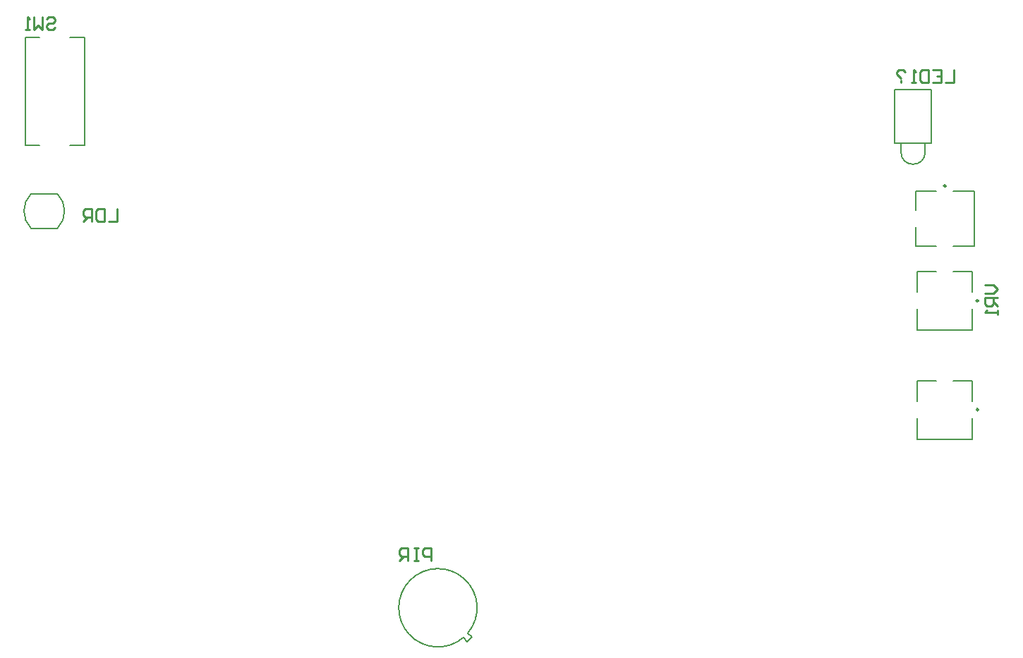
<source format=gbo>
G04*
G04 #@! TF.GenerationSoftware,Altium Limited,Altium Designer,22.0.2 (36)*
G04*
G04 Layer_Color=32896*
%FSLAX25Y25*%
%MOIN*%
G70*
G04*
G04 #@! TF.SameCoordinates,EECF79FC-5A36-4EFC-AF15-45E6CBE4EAF3*
G04*
G04*
G04 #@! TF.FilePolarity,Positive*
G04*
G01*
G75*
%ADD10C,0.00787*%
%ADD11C,0.00984*%
%ADD15C,0.01000*%
%ADD74C,0.00500*%
D10*
X347575Y151992D02*
G03*
X345508Y149925I-14077J12010D01*
G01*
X153700Y343291D02*
G03*
X153700Y359709I-8209J8209D01*
G01*
X141300D02*
G03*
X141300Y343291I8209J-8209D01*
G01*
X586898Y335008D02*
Y360992D01*
X577035D02*
X586898D01*
X559378D02*
X568965D01*
X559378Y335008D02*
X568965D01*
X577035D02*
X586898D01*
X559378Y352035D02*
Y360992D01*
Y335008D02*
Y343965D01*
X560008Y243740D02*
X585992D01*
Y253602D01*
Y261673D02*
Y271260D01*
X560008Y261673D02*
Y271260D01*
Y243740D02*
Y253602D01*
X577035Y271260D02*
X585992D01*
X560008D02*
X568965D01*
X560008Y295240D02*
X585992D01*
Y305102D01*
Y313173D02*
Y322760D01*
X560008Y313173D02*
Y322760D01*
Y295240D02*
Y305102D01*
X577035Y322760D02*
X585992D01*
X560008D02*
X568965D01*
X345508Y149925D02*
X347378Y148055D01*
X349445Y150122D01*
X347575Y151992D02*
X349445Y150122D01*
X138500Y382500D02*
X145405D01*
X159595D02*
X166500D01*
Y433500D01*
X138500D02*
X145405D01*
X159595D02*
X166500D01*
X138500Y382500D02*
Y433500D01*
X141300Y359709D02*
X153700D01*
X141300Y343291D02*
X153700D01*
D11*
X573492Y363354D02*
G03*
X573492Y363354I-492J0D01*
G01*
X588846Y257638D02*
G03*
X588846Y257638I-492J0D01*
G01*
Y309138D02*
G03*
X588846Y309138I-492J0D01*
G01*
D15*
X148701Y442298D02*
X149701Y443298D01*
X151700D01*
X152700Y442298D01*
Y441299D01*
X151700Y440299D01*
X149701D01*
X148701Y439299D01*
Y438300D01*
X149701Y437300D01*
X151700D01*
X152700Y438300D01*
X146702Y443298D02*
Y437300D01*
X144703Y439299D01*
X142703Y437300D01*
Y443298D01*
X140704Y437300D02*
X138705D01*
X139704D01*
Y443298D01*
X140704Y442298D01*
X592001Y316498D02*
X596000D01*
X597999Y314498D01*
X596000Y312499D01*
X592001D01*
X597999Y310500D02*
X592001D01*
Y307501D01*
X593001Y306501D01*
X595000D01*
X596000Y307501D01*
Y310500D01*
Y308500D02*
X597999Y306501D01*
Y304502D02*
Y302502D01*
Y303502D01*
X592001D01*
X593001Y304502D01*
X330200Y186300D02*
Y192298D01*
X327201D01*
X326201Y191298D01*
Y189299D01*
X327201Y188299D01*
X330200D01*
X324202Y192298D02*
X322203D01*
X323202D01*
Y186300D01*
X324202D01*
X322203D01*
X319204D02*
Y192298D01*
X316205D01*
X315205Y191298D01*
Y189299D01*
X316205Y188299D01*
X319204D01*
X317204D02*
X315205Y186300D01*
X577100Y418098D02*
Y412100D01*
X573101D01*
X567103Y418098D02*
X571102D01*
Y412100D01*
X567103D01*
X571102Y415099D02*
X569103D01*
X565104Y418098D02*
Y412100D01*
X562105D01*
X561105Y413100D01*
Y417098D01*
X562105Y418098D01*
X565104D01*
X559106Y412100D02*
X557106D01*
X558106D01*
Y418098D01*
X559106Y417098D01*
X554107D02*
X553108Y418098D01*
X551108D01*
X550109Y417098D01*
Y416099D01*
X552108Y414099D01*
Y413100D02*
Y412100D01*
X181997Y352499D02*
Y346501D01*
X177999D01*
X175999Y352499D02*
Y346501D01*
X173000D01*
X172001Y347501D01*
Y351499D01*
X173000Y352499D01*
X175999D01*
X170001Y346501D02*
Y352499D01*
X167002D01*
X166003Y351499D01*
Y349500D01*
X167002Y348500D01*
X170001D01*
X168002D02*
X166003Y346501D01*
D74*
X552291Y379346D02*
G03*
X563709Y379346I5709J0D01*
G01*
X549339Y408874D02*
X566661D01*
X549339Y383677D02*
Y408874D01*
Y383677D02*
X566661D01*
Y408874D01*
X552291Y379346D02*
Y383677D01*
X563709Y379346D02*
Y383677D01*
M02*

</source>
